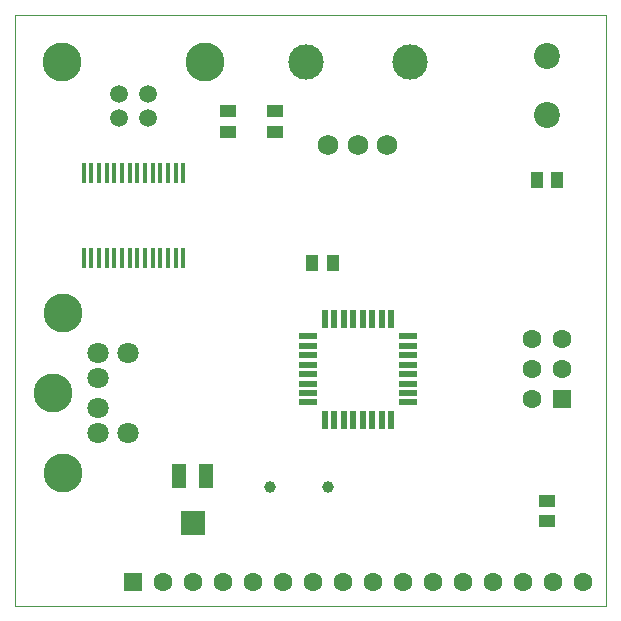
<source format=gts>
G04 (created by PCBNEW (2013-07-07 BZR 4022)-stable) date 11/10/2013 16:08:40*
%MOIN*%
G04 Gerber Fmt 3.4, Leading zero omitted, Abs format*
%FSLAX34Y34*%
G01*
G70*
G90*
G04 APERTURE LIST*
%ADD10C,0.00590551*%
%ADD11C,0.00393701*%
%ADD12R,0.0551181X0.0433071*%
%ADD13C,0.129921*%
%ADD14C,0.0708661*%
%ADD15C,0.0590551*%
%ADD16R,0.0629921X0.0629921*%
%ADD17C,0.0629921*%
%ADD18R,0.0177165X0.0688976*%
%ADD19R,0.0433071X0.0551181*%
%ADD20R,0.0511811X0.0787402*%
%ADD21R,0.0787402X0.0787402*%
%ADD22C,0.0866142*%
%ADD23R,0.0629921X0.0216535*%
%ADD24R,0.0216535X0.0629921*%
%ADD25C,0.0393701*%
%ADD26C,0.11811*%
%ADD27C,0.0688976*%
G04 APERTURE END LIST*
G54D10*
G54D11*
X35433Y-51181D02*
X35433Y-31496D01*
X55118Y-51181D02*
X35433Y-51181D01*
X55118Y-31496D02*
X55118Y-51181D01*
X35433Y-31496D02*
X55118Y-31496D01*
G54D12*
X44094Y-34694D03*
X44094Y-35383D03*
G54D13*
X37007Y-46751D03*
X37007Y-41437D03*
X36692Y-44094D03*
G54D14*
X38188Y-43582D03*
X38188Y-44606D03*
X38188Y-42755D03*
X38188Y-45433D03*
X39173Y-42755D03*
X39173Y-45433D03*
G54D13*
X41740Y-33070D03*
X37000Y-33070D03*
G54D15*
X39862Y-34137D03*
X38877Y-34137D03*
X39862Y-34925D03*
X38877Y-34925D03*
G54D16*
X39350Y-50393D03*
G54D17*
X41350Y-50393D03*
X40350Y-50393D03*
X42350Y-50393D03*
X43350Y-50393D03*
X44350Y-50393D03*
X45350Y-50393D03*
X46350Y-50393D03*
X47350Y-50393D03*
X48350Y-50393D03*
X49350Y-50393D03*
X50350Y-50393D03*
X51350Y-50393D03*
X52350Y-50393D03*
X53350Y-50393D03*
X54350Y-50393D03*
G54D18*
X39242Y-39606D03*
X39498Y-39606D03*
X39753Y-39606D03*
X40009Y-39606D03*
X40265Y-39606D03*
X40521Y-39606D03*
X40777Y-39606D03*
X41033Y-39606D03*
X38986Y-39606D03*
X38730Y-39606D03*
X38474Y-39606D03*
X38218Y-39606D03*
X37962Y-39606D03*
X37706Y-39606D03*
X41033Y-36771D03*
X40777Y-36771D03*
X40521Y-36771D03*
X40265Y-36771D03*
X40009Y-36771D03*
X39753Y-36771D03*
X39498Y-36771D03*
X39242Y-36771D03*
X38986Y-36771D03*
X38730Y-36771D03*
X38474Y-36771D03*
X38218Y-36771D03*
X37962Y-36771D03*
X37706Y-36771D03*
G54D16*
X53649Y-44307D03*
G54D17*
X52649Y-44307D03*
X53649Y-43307D03*
X52649Y-43307D03*
X53649Y-42307D03*
X52649Y-42307D03*
G54D19*
X45324Y-39763D03*
X46013Y-39763D03*
X52805Y-37007D03*
X53494Y-37007D03*
G54D12*
X42519Y-35383D03*
X42519Y-34694D03*
X53149Y-48375D03*
X53149Y-47687D03*
G54D20*
X40885Y-46850D03*
X41791Y-46850D03*
G54D21*
X41338Y-48425D03*
G54D22*
X53149Y-34842D03*
X53149Y-32874D03*
G54D23*
X45177Y-42204D03*
X45177Y-42519D03*
X45177Y-42834D03*
X45177Y-43149D03*
X45177Y-43464D03*
X45177Y-43779D03*
X45177Y-44094D03*
X45177Y-44409D03*
G54D24*
X45748Y-44980D03*
X46062Y-44980D03*
X46377Y-44980D03*
X46692Y-44980D03*
X47007Y-44980D03*
X47322Y-44980D03*
X47637Y-44980D03*
X47952Y-44980D03*
G54D23*
X48523Y-44409D03*
X48523Y-44094D03*
X48523Y-43779D03*
X48523Y-43464D03*
X48523Y-43149D03*
X48523Y-42834D03*
X48523Y-42519D03*
X48523Y-42204D03*
G54D24*
X47952Y-41633D03*
X47637Y-41633D03*
X47322Y-41633D03*
X47007Y-41633D03*
X46692Y-41633D03*
X46377Y-41633D03*
X46062Y-41633D03*
X45748Y-41633D03*
G54D25*
X43921Y-47244D03*
X45842Y-47244D03*
G54D26*
X48582Y-33070D03*
X45118Y-33070D03*
G54D27*
X45866Y-35826D03*
X46850Y-35826D03*
X47834Y-35826D03*
M02*

</source>
